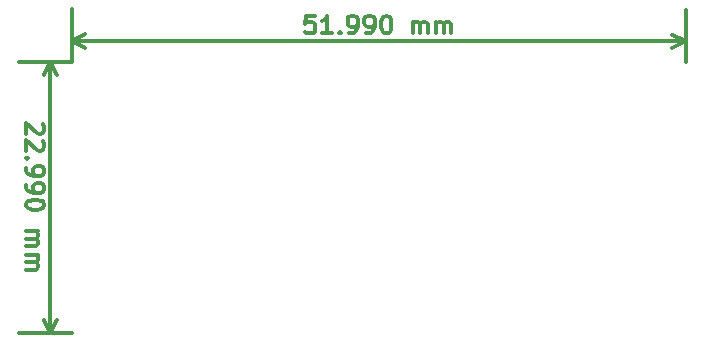
<source format=gbr>
%TF.GenerationSoftware,KiCad,Pcbnew,4.0.7*%
%TF.CreationDate,2017-11-18T17:34:40+08:00*%
%TF.ProjectId,STM32F401CCT6,53544D333246343031434354362E6B69,rev?*%
%TF.FileFunction,Other,ECO1*%
%FSLAX46Y46*%
G04 Gerber Fmt 4.6, Leading zero omitted, Abs format (unit mm)*
G04 Created by KiCad (PCBNEW 4.0.7) date 11/18/17 17:34:40*
%MOMM*%
%LPD*%
G01*
G04 APERTURE LIST*
%ADD10C,0.100000*%
%ADD11C,0.300000*%
G04 APERTURE END LIST*
D10*
D11*
X-2471429Y-5280715D02*
X-2400000Y-5352144D01*
X-2328571Y-5495001D01*
X-2328571Y-5852144D01*
X-2400000Y-5995001D01*
X-2471429Y-6066430D01*
X-2614286Y-6137858D01*
X-2757143Y-6137858D01*
X-2971429Y-6066430D01*
X-3828571Y-5209287D01*
X-3828571Y-6137858D01*
X-2471429Y-6709286D02*
X-2400000Y-6780715D01*
X-2328571Y-6923572D01*
X-2328571Y-7280715D01*
X-2400000Y-7423572D01*
X-2471429Y-7495001D01*
X-2614286Y-7566429D01*
X-2757143Y-7566429D01*
X-2971429Y-7495001D01*
X-3828571Y-6637858D01*
X-3828571Y-7566429D01*
X-3685714Y-8209286D02*
X-3757143Y-8280714D01*
X-3828571Y-8209286D01*
X-3757143Y-8137857D01*
X-3685714Y-8209286D01*
X-3828571Y-8209286D01*
X-3828571Y-8995000D02*
X-3828571Y-9280715D01*
X-3757143Y-9423572D01*
X-3685714Y-9495000D01*
X-3471429Y-9637858D01*
X-3185714Y-9709286D01*
X-2614286Y-9709286D01*
X-2471429Y-9637858D01*
X-2400000Y-9566429D01*
X-2328571Y-9423572D01*
X-2328571Y-9137858D01*
X-2400000Y-8995000D01*
X-2471429Y-8923572D01*
X-2614286Y-8852143D01*
X-2971429Y-8852143D01*
X-3114286Y-8923572D01*
X-3185714Y-8995000D01*
X-3257143Y-9137858D01*
X-3257143Y-9423572D01*
X-3185714Y-9566429D01*
X-3114286Y-9637858D01*
X-2971429Y-9709286D01*
X-3828571Y-10423571D02*
X-3828571Y-10709286D01*
X-3757143Y-10852143D01*
X-3685714Y-10923571D01*
X-3471429Y-11066429D01*
X-3185714Y-11137857D01*
X-2614286Y-11137857D01*
X-2471429Y-11066429D01*
X-2400000Y-10995000D01*
X-2328571Y-10852143D01*
X-2328571Y-10566429D01*
X-2400000Y-10423571D01*
X-2471429Y-10352143D01*
X-2614286Y-10280714D01*
X-2971429Y-10280714D01*
X-3114286Y-10352143D01*
X-3185714Y-10423571D01*
X-3257143Y-10566429D01*
X-3257143Y-10852143D01*
X-3185714Y-10995000D01*
X-3114286Y-11066429D01*
X-2971429Y-11137857D01*
X-2328571Y-12066428D02*
X-2328571Y-12209285D01*
X-2400000Y-12352142D01*
X-2471429Y-12423571D01*
X-2614286Y-12495000D01*
X-2900000Y-12566428D01*
X-3257143Y-12566428D01*
X-3542857Y-12495000D01*
X-3685714Y-12423571D01*
X-3757143Y-12352142D01*
X-3828571Y-12209285D01*
X-3828571Y-12066428D01*
X-3757143Y-11923571D01*
X-3685714Y-11852142D01*
X-3542857Y-11780714D01*
X-3257143Y-11709285D01*
X-2900000Y-11709285D01*
X-2614286Y-11780714D01*
X-2471429Y-11852142D01*
X-2400000Y-11923571D01*
X-2328571Y-12066428D01*
X-3828571Y-14352142D02*
X-2828571Y-14352142D01*
X-2971429Y-14352142D02*
X-2900000Y-14423570D01*
X-2828571Y-14566428D01*
X-2828571Y-14780713D01*
X-2900000Y-14923570D01*
X-3042857Y-14994999D01*
X-3828571Y-14994999D01*
X-3042857Y-14994999D02*
X-2900000Y-15066428D01*
X-2828571Y-15209285D01*
X-2828571Y-15423570D01*
X-2900000Y-15566428D01*
X-3042857Y-15637856D01*
X-3828571Y-15637856D01*
X-3828571Y-16352142D02*
X-2828571Y-16352142D01*
X-2971429Y-16352142D02*
X-2900000Y-16423570D01*
X-2828571Y-16566428D01*
X-2828571Y-16780713D01*
X-2900000Y-16923570D01*
X-3042857Y-16994999D01*
X-3828571Y-16994999D01*
X-3042857Y-16994999D02*
X-2900000Y-17066428D01*
X-2828571Y-17209285D01*
X-2828571Y-17423570D01*
X-2900000Y-17566428D01*
X-3042857Y-17637856D01*
X-3828571Y-17637856D01*
X-1800000Y0D02*
X-1800000Y-22990000D01*
X10000Y0D02*
X-4500000Y0D01*
X10000Y-22990000D02*
X-4500000Y-22990000D01*
X-1800000Y-22990000D02*
X-2386421Y-21863496D01*
X-1800000Y-22990000D02*
X-1213579Y-21863496D01*
X-1800000Y0D02*
X-2386421Y-1126504D01*
X-1800000Y0D02*
X-1213579Y-1126504D01*
X20569187Y3875422D02*
X19854901Y3875560D01*
X19783335Y3161287D01*
X19854777Y3232702D01*
X19997648Y3304103D01*
X20354791Y3304034D01*
X20497634Y3232578D01*
X20569050Y3161136D01*
X20640450Y3018265D01*
X20640382Y2661122D01*
X20568926Y2518279D01*
X20497483Y2446864D01*
X20354613Y2375463D01*
X19997470Y2375532D01*
X19854626Y2446988D01*
X19783211Y2518430D01*
X22068898Y2375134D02*
X21211755Y2375299D01*
X21640327Y2375216D02*
X21640615Y3875216D01*
X21497717Y3660958D01*
X21354831Y3518128D01*
X21211961Y3446726D01*
X22711782Y2517867D02*
X22783196Y2446424D01*
X22711755Y2375010D01*
X22640339Y2446452D01*
X22711782Y2517867D01*
X22711755Y2375010D01*
X23497469Y2374859D02*
X23783184Y2374804D01*
X23926054Y2446204D01*
X23997496Y2517620D01*
X24140395Y2731877D01*
X24211878Y3017578D01*
X24211988Y3589006D01*
X24140588Y3731877D01*
X24069172Y3803320D01*
X23926329Y3874776D01*
X23640615Y3874831D01*
X23497743Y3803430D01*
X23426302Y3732015D01*
X23354845Y3589171D01*
X23354776Y3232028D01*
X23426178Y3089158D01*
X23497592Y3017716D01*
X23640436Y2946259D01*
X23926150Y2946204D01*
X24069021Y3017606D01*
X24140464Y3089020D01*
X24211919Y3231863D01*
X24926040Y2374584D02*
X25211754Y2374529D01*
X25354625Y2445930D01*
X25426067Y2517345D01*
X25568966Y2731602D01*
X25640449Y3017304D01*
X25640559Y3588732D01*
X25569159Y3731602D01*
X25497743Y3803045D01*
X25354900Y3874502D01*
X25069186Y3874557D01*
X24926314Y3803155D01*
X24854873Y3731740D01*
X24783416Y3588897D01*
X24783347Y3231754D01*
X24854749Y3088883D01*
X24926163Y3017441D01*
X25069007Y2945985D01*
X25354721Y2945930D01*
X25497592Y3017331D01*
X25569035Y3088745D01*
X25640490Y3231589D01*
X26569185Y3874268D02*
X26712042Y3874241D01*
X26854885Y3802784D01*
X26926301Y3731341D01*
X26997702Y3588471D01*
X27069075Y3302743D01*
X27069006Y2945600D01*
X26997523Y2659900D01*
X26926067Y2517056D01*
X26854624Y2445641D01*
X26711753Y2374241D01*
X26568896Y2374268D01*
X26426053Y2445724D01*
X26354638Y2517166D01*
X26283237Y2660037D01*
X26211863Y2945765D01*
X26211932Y3302908D01*
X26283416Y3588608D01*
X26354872Y3731451D01*
X26426314Y3802867D01*
X26569185Y3874268D01*
X28854610Y2373828D02*
X28854803Y3373828D01*
X28854775Y3230970D02*
X28926217Y3302386D01*
X29069089Y3373787D01*
X29283374Y3373746D01*
X29426217Y3302290D01*
X29497619Y3159419D01*
X29497467Y2373705D01*
X29497619Y3159419D02*
X29569075Y3302262D01*
X29711946Y3373664D01*
X29926231Y3373622D01*
X30069075Y3302166D01*
X30140476Y3159295D01*
X30140324Y2373581D01*
X30854610Y2373444D02*
X30854803Y3373444D01*
X30854775Y3230586D02*
X30926217Y3302001D01*
X31069089Y3373403D01*
X31283374Y3373361D01*
X31426217Y3301905D01*
X31497619Y3159034D01*
X31497467Y2373320D01*
X31497619Y3159034D02*
X31569075Y3301877D01*
X31711946Y3373279D01*
X31926231Y3373238D01*
X32069075Y3301781D01*
X32140475Y3158910D01*
X32140324Y2373196D01*
X2340Y1707949D02*
X51992340Y1697949D01*
X2000Y-62000D02*
X2859Y4407949D01*
X51992000Y-72000D02*
X51992859Y4397949D01*
X51992340Y1697949D02*
X50865723Y1111745D01*
X51992340Y1697949D02*
X50865949Y2284586D01*
X2340Y1707949D02*
X1128731Y1121312D01*
X2340Y1707949D02*
X1128957Y2294153D01*
M02*

</source>
